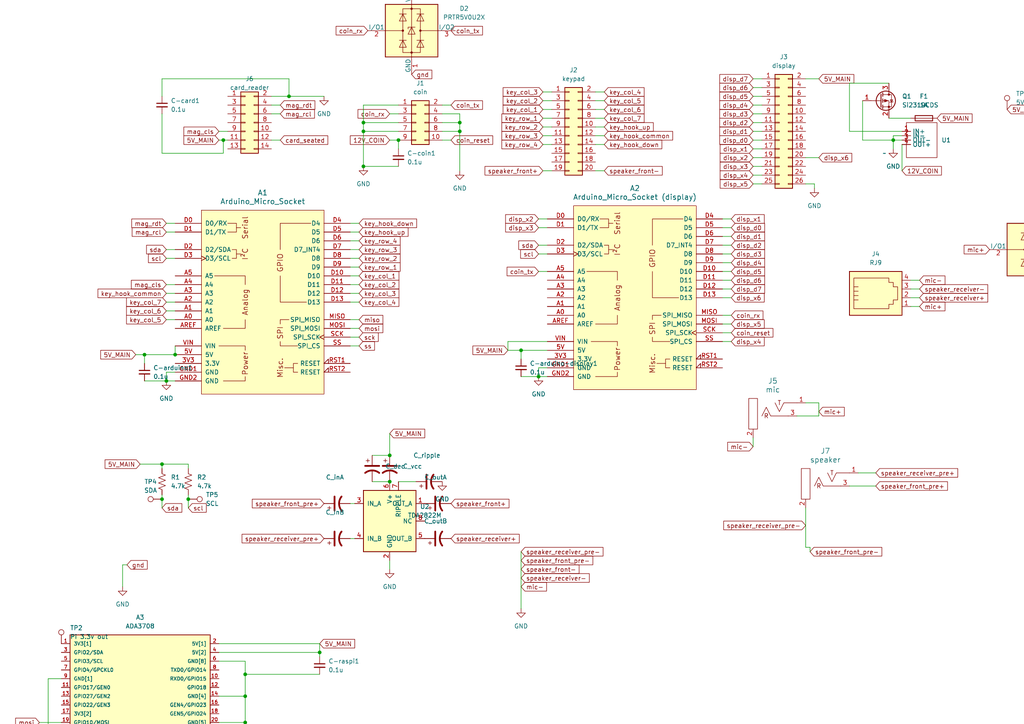
<source format=kicad_sch>
(kicad_sch (version 20250114) (generator "eeschema") (generator_version "9.0")
  (paper "A4")
  (junction (at 113.03 132.08))
  (junction (at 71.12 222.25))
  (junction (at 13.97 234.95))
  (junction (at 71.12 227.33))
  (junction (at 133.35 38.1))
  (junction (at 113.03 139.7))
  (junction (at 50.8 102.87))
  (junction (at 71.12 195.58))
  (junction (at 54.61 144.78))
  (junction (at 105.41 48.26))
  (junction (at 71.12 209.55))
  (junction (at 64.77 40.64))
  (junction (at 115.57 40.64))
  (junction (at 13.97 217.17))
  (junction (at 133.35 35.56))
  (junction (at 92.71 189.23))
  (junction (at 41.91 102.87))
  (junction (at 151.13 101.6))
  (junction (at 71.12 201.93))
  (junction (at 156.21 109.22))
  (junction (at 46.99 144.78))
  (junction (at 105.41 38.1))
  (junction (at 83.82 27.94))
  (junction (at 259.08 40.64))
  (junction (at 46.99 134.62))
  (junction (at 105.41 35.56))
  (junction (at 48.26 110.49))
  (wire (pts (xy 236.22 53.34) (xy 233.68 53.34)))
  (wire (pts (xy 41.91 110.49) (xy 48.26 110.49)))
  (wire (pts (xy 209.55 73.66) (xy 212.09 73.66)))
  (wire (pts (xy 63.5 38.1) (xy 66.04 38.1)))
  (wire (pts (xy 115.57 139.7) (xy 120.65 139.7)))
  (wire (pts (xy 101.6 80.01) (xy 104.14 80.01)))
  (wire (pts (xy 46.99 143.51) (xy 46.99 144.78)))
  (wire (pts (xy 264.16 83.82) (xy 266.7 83.82)))
  (wire (pts (xy 218.44 22.86) (xy 220.98 22.86)))
  (wire (pts (xy 115.57 43.18) (xy 115.57 40.64)))
  (wire (pts (xy 48.26 82.55) (xy 50.8 82.55)))
  (wire (pts (xy 237.49 116.84) (xy 237.49 120.65)))
  (wire (pts (xy 115.57 35.56) (xy 105.41 35.56)))
  (wire (pts (xy 41.91 102.87) (xy 50.8 102.87)))
  (wire (pts (xy 156.21 109.22) (xy 158.75 109.22)))
  (wire (pts (xy 101.6 87.63) (xy 104.14 87.63)))
  (wire (pts (xy 36.83 163.83) (xy 35.56 163.83)))
  (wire (pts (xy 41.91 102.87) (xy 41.91 105.41)))
  (wire (pts (xy 248.92 137.16) (xy 254 137.16)))
  (wire (pts (xy 101.6 69.85) (xy 104.14 69.85)))
  (wire (pts (xy 218.44 48.26) (xy 220.98 48.26)))
  (wire (pts (xy 128.27 30.48) (xy 130.81 30.48)))
  (wire (pts (xy 63.5 40.64) (xy 64.77 40.64)))
  (wire (pts (xy 156.21 63.5) (xy 158.75 63.5)))
  (wire (pts (xy 236.22 54.61) (xy 236.22 53.34)))
  (wire (pts (xy 101.6 100.33) (xy 104.14 100.33)))
  (wire (pts (xy 48.26 110.49) (xy 50.8 110.49)))
  (wire (pts (xy 101.6 95.25) (xy 104.14 95.25)))
  (wire (pts (xy 246.38 38.1) (xy 261.62 38.1)))
  (wire (pts (xy 264.16 88.9) (xy 266.7 88.9)))
  (wire (pts (xy 209.55 68.58) (xy 212.09 68.58)))
  (wire (pts (xy 101.6 72.39) (xy 104.14 72.39)))
  (wire (pts (xy 218.44 43.18) (xy 220.98 43.18)))
  (wire (pts (xy 209.55 81.28) (xy 212.09 81.28)))
  (wire (pts (xy 17.78 196.85) (xy 13.97 196.85)))
  (wire (pts (xy 234.95 158.75) (xy 233.68 158.75)))
  (wire (pts (xy 63.5 201.93) (xy 71.12 201.93)))
  (wire (pts (xy 209.55 96.52) (xy 212.09 96.52)))
  (wire (pts (xy 105.41 38.1) (xy 105.41 48.26)))
  (wire (pts (xy 78.74 30.48) (xy 81.28 30.48)))
  (wire (pts (xy 48.26 64.77) (xy 50.8 64.77)))
  (wire (pts (xy 63.5 222.25) (xy 71.12 222.25)))
  (wire (pts (xy 264.16 86.36) (xy 266.7 86.36)))
  (wire (pts (xy 115.57 30.48) (xy 105.41 30.48)))
  (wire (pts (xy 101.6 77.47) (xy 104.14 77.47)))
  (wire (pts (xy 71.12 191.77) (xy 71.12 195.58)))
  (wire (pts (xy 64.77 40.64) (xy 64.77 44.45)))
  (wire (pts (xy 46.99 134.62) (xy 54.61 134.62)))
  (wire (pts (xy 156.21 106.68) (xy 156.21 109.22)))
  (wire (pts (xy 128.27 40.64) (xy 130.81 40.64)))
  (wire (pts (xy 209.55 63.5) (xy 212.09 63.5)))
  (wire (pts (xy 78.74 33.02) (xy 81.28 33.02)))
  (wire (pts (xy 128.27 35.56) (xy 133.35 35.56)))
  (wire (pts (xy 157.48 31.75) (xy 160.02 31.75)))
  (wire (pts (xy 172.72 41.91) (xy 175.26 41.91)))
  (wire (pts (xy 107.95 139.7) (xy 113.03 139.7)))
  (wire (pts (xy 156.21 73.66) (xy 158.75 73.66)))
  (wire (pts (xy 107.95 132.08) (xy 113.03 132.08)))
  (wire (pts (xy 172.72 29.21) (xy 175.26 29.21)))
  (wire (pts (xy 246.38 140.97) (xy 254 140.97)))
  (wire (pts (xy 218.44 40.64) (xy 220.98 40.64)))
  (wire (pts (xy 71.12 195.58) (xy 92.71 195.58)))
  (wire (pts (xy 101.6 82.55) (xy 104.14 82.55)))
  (wire (pts (xy 257.81 34.29) (xy 264.16 34.29)))
  (wire (pts (xy 78.74 40.64) (xy 81.28 40.64)))
  (wire (pts (xy 13.97 196.85) (xy 13.97 217.17)))
  (wire (pts (xy 209.55 86.36) (xy 212.09 86.36)))
  (wire (pts (xy 246.38 24.13) (xy 246.38 38.1)))
  (wire (pts (xy 158.75 106.68) (xy 156.21 106.68)))
  (wire (pts (xy 218.44 25.4) (xy 220.98 25.4)))
  (wire (pts (xy 264.16 81.28) (xy 266.7 81.28)))
  (wire (pts (xy 233.68 158.75) (xy 233.68 147.32)))
  (wire (pts (xy 64.77 40.64) (xy 66.04 40.64)))
  (wire (pts (xy 133.35 35.56) (xy 133.35 38.1)))
  (wire (pts (xy 172.72 36.83) (xy 175.26 36.83)))
  (wire (pts (xy 156.21 66.04) (xy 158.75 66.04)))
  (wire (pts (xy 54.61 143.51) (xy 54.61 144.78)))
  (wire (pts (xy 13.97 217.17) (xy 13.97 234.95)))
  (wire (pts (xy 115.57 38.1) (xy 105.41 38.1)))
  (wire (pts (xy 218.44 30.48) (xy 220.98 30.48)))
  (wire (pts (xy 218.44 50.8) (xy 220.98 50.8)))
  (wire (pts (xy 209.55 99.06) (xy 212.09 99.06)))
  (wire (pts (xy 113.03 165.1) (xy 113.03 162.56)))
  (wire (pts (xy 218.44 35.56) (xy 220.98 35.56)))
  (wire (pts (xy 83.82 27.94) (xy 93.98 27.94)))
  (wire (pts (xy 105.41 30.48) (xy 105.41 35.56)))
  (wire (pts (xy 218.44 53.34) (xy 220.98 53.34)))
  (wire (pts (xy 17.78 217.17) (xy 13.97 217.17)))
  (wire (pts (xy 63.5 189.23) (xy 92.71 189.23)))
  (wire (pts (xy 259.08 40.64) (xy 261.62 40.64)))
  (wire (pts (xy 157.48 36.83) (xy 160.02 36.83)))
  (wire (pts (xy 172.72 31.75) (xy 175.26 31.75)))
  (wire (pts (xy 156.21 71.12) (xy 158.75 71.12)))
  (wire (pts (xy 133.35 33.02) (xy 133.35 35.56)))
  (wire (pts (xy 48.26 85.09) (xy 50.8 85.09)))
  (wire (pts (xy 157.48 34.29) (xy 160.02 34.29)))
  (wire (pts (xy 147.32 99.06) (xy 158.75 99.06)))
  (wire (pts (xy 157.48 26.67) (xy 160.02 26.67)))
  (wire (pts (xy 209.55 66.04) (xy 212.09 66.04)))
  (wire (pts (xy 48.26 67.31) (xy 50.8 67.31)))
  (wire (pts (xy 172.72 26.67) (xy 175.26 26.67)))
  (wire (pts (xy 209.55 93.98) (xy 212.09 93.98)))
  (wire (pts (xy 71.12 227.33) (xy 71.12 242.57)))
  (wire (pts (xy 209.55 83.82) (xy 212.09 83.82)))
  (wire (pts (xy 156.21 78.74) (xy 158.75 78.74)))
  (wire (pts (xy 259.08 39.37) (xy 259.08 40.64)))
  (wire (pts (xy 233.68 22.86) (xy 237.49 22.86)))
  (wire (pts (xy 147.32 101.6) (xy 151.13 101.6)))
  (wire (pts (xy 105.41 35.56) (xy 105.41 38.1)))
  (wire (pts (xy 63.5 186.69) (xy 92.71 186.69)))
  (wire (pts (xy 250.19 29.21) (xy 250.19 40.64)))
  (wire (pts (xy 71.12 195.58) (xy 71.12 201.93)))
  (wire (pts (xy 147.32 101.6) (xy 147.32 99.06)))
  (wire (pts (xy 218.44 33.02) (xy 220.98 33.02)))
  (wire (pts (xy 40.64 134.62) (xy 46.99 134.62)))
  (wire (pts (xy 133.35 38.1) (xy 133.35 49.53)))
  (wire (pts (xy 128.27 38.1) (xy 133.35 38.1)))
  (wire (pts (xy 48.26 107.95) (xy 48.26 110.49)))
  (wire (pts (xy 11.43 232.41) (xy 17.78 232.41)))
  (wire (pts (xy 17.78 234.95) (xy 13.97 234.95)))
  (wire (pts (xy 48.26 90.17) (xy 50.8 90.17)))
  (wire (pts (xy 101.6 64.77) (xy 104.14 64.77)))
  (wire (pts (xy 257.81 24.13) (xy 246.38 24.13)))
  (wire (pts (xy 101.6 67.31) (xy 104.14 67.31)))
  (wire (pts (xy 63.5 209.55) (xy 71.12 209.55)))
  (wire (pts (xy 71.12 222.25) (xy 71.12 227.33)))
  (wire (pts (xy 113.03 33.02) (xy 115.57 33.02)))
  (wire (pts (xy 128.27 33.02) (xy 133.35 33.02)))
  (wire (pts (xy 218.44 45.72) (xy 220.98 45.72)))
  (wire (pts (xy 83.82 22.86) (xy 83.82 27.94)))
  (wire (pts (xy 35.56 163.83) (xy 35.56 170.18)))
  (wire (pts (xy 250.19 40.64) (xy 259.08 40.64)))
  (wire (pts (xy 218.44 27.94) (xy 220.98 27.94)))
  (wire (pts (xy 218.44 127) (xy 218.44 129.54)))
  (wire (pts (xy 101.6 156.21) (xy 102.87 156.21)))
  (wire (pts (xy 46.99 27.94) (xy 46.99 22.86)))
  (wire (pts (xy 54.61 144.78) (xy 54.61 147.32)))
  (wire (pts (xy 157.48 49.53) (xy 160.02 49.53)))
  (wire (pts (xy 234.95 158.75) (xy 234.95 160.02)))
  (wire (pts (xy 11.43 212.09) (xy 17.78 212.09)))
  (wire (pts (xy 113.03 125.73) (xy 113.03 132.08)))
  (wire (pts (xy 78.74 27.94) (xy 83.82 27.94)))
  (wire (pts (xy 151.13 101.6) (xy 151.13 104.14)))
  (wire (pts (xy 209.55 71.12) (xy 212.09 71.12)))
  (wire (pts (xy 113.03 40.64) (xy 115.57 40.64)))
  (wire (pts (xy 261.62 41.91) (xy 261.62 49.53)))
  (wire (pts (xy 71.12 209.55) (xy 71.12 222.25)))
  (wire (pts (xy 259.08 40.64) (xy 259.08 43.18)))
  (wire (pts (xy 92.71 189.23) (xy 92.71 190.5)))
  (wire (pts (xy 92.71 189.23) (xy 92.71 186.69)))
  (wire (pts (xy 157.48 39.37) (xy 160.02 39.37)))
  (wire (pts (xy 48.26 74.93) (xy 50.8 74.93)))
  (wire (pts (xy 63.5 191.77) (xy 71.12 191.77)))
  (wire (pts (xy 231.14 120.65) (xy 237.49 120.65)))
  (wire (pts (xy 13.97 234.95) (xy 13.97 241.3)))
  (wire (pts (xy 209.55 76.2) (xy 212.09 76.2)))
  (wire (pts (xy 101.6 97.79) (xy 104.14 97.79)))
  (wire (pts (xy 11.43 209.55) (xy 17.78 209.55)))
  (wire (pts (xy 218.44 38.1) (xy 220.98 38.1)))
  (wire (pts (xy 63.5 227.33) (xy 71.12 227.33)))
  (wire (pts (xy 172.72 49.53) (xy 175.26 49.53)))
  (wire (pts (xy 11.43 214.63) (xy 17.78 214.63)))
  (wire (pts (xy 151.13 109.22) (xy 156.21 109.22)))
  (wire (pts (xy 209.55 78.74) (xy 212.09 78.74)))
  (wire (pts (xy 39.37 102.87) (xy 41.91 102.87)))
  (wire (pts (xy 46.99 44.45) (xy 64.77 44.45)))
  (wire (pts (xy 172.72 34.29) (xy 175.26 34.29)))
  (wire (pts (xy 261.62 39.37) (xy 259.08 39.37)))
  (wire (pts (xy 172.72 39.37) (xy 175.26 39.37)))
  (wire (pts (xy 209.55 91.44) (xy 212.09 91.44)))
  (wire (pts (xy 46.99 22.86) (xy 83.82 22.86)))
  (wire (pts (xy 101.6 74.93) (xy 104.14 74.93)))
  (wire (pts (xy 233.68 45.72) (xy 237.49 45.72)))
  (wire (pts (xy 101.6 92.71) (xy 104.14 92.71)))
  (wire (pts (xy 101.6 146.05) (xy 102.87 146.05)))
  (wire (pts (xy 48.26 87.63) (xy 50.8 87.63)))
  (wire (pts (xy 115.57 48.26) (xy 105.41 48.26)))
  (wire (pts (xy 46.99 134.62) (xy 46.99 135.89)))
  (wire (pts (xy 151.13 101.6) (xy 158.75 101.6)))
  (wire (pts (xy 48.26 92.71) (xy 50.8 92.71)))
  (wire (pts (xy 101.6 85.09) (xy 104.14 85.09)))
  (wire (pts (xy 50.8 107.95) (xy 48.26 107.95)))
  (wire (pts (xy 54.61 134.62) (xy 54.61 135.89)))
  (wire (pts (xy 157.48 41.91) (xy 160.02 41.91)))
  (wire (pts (xy 48.26 72.39) (xy 50.8 72.39)))
  (wire (pts (xy 233.68 116.84) (xy 237.49 116.84)))
  (wire (pts (xy 71.12 201.93) (xy 71.12 209.55)))
  (wire (pts (xy 157.48 29.21) (xy 160.02 29.21)))
  (wire (pts (xy 46.99 144.78) (xy 46.99 147.32)))
  (wire (pts (xy 46.99 33.02) (xy 46.99 44.45)))
  (wire (pts (xy 151.13 160.02) (xy 151.13 176.53)))
  (wire (pts (xy 50.8 102.87) (xy 50.8 100.33)))
  (global_label "mic+" (shape input) (at 287.02 72.39 180) (property "Intersheetrefs" "${INTERSHEET_REFS}" (effects (hide yes))))
  (global_label "speaker_front-" (shape input) (at 175.26 49.53 0) (property "Intersheetrefs" "${INTERSHEET_REFS}" (effects (hide yes))))
  (global_label "sda" (shape input) (at 156.21 71.12 180) (property "Intersheetrefs" "${INTERSHEET_REFS}" (effects (hide yes))))
  (global_label "disp_d5" (shape input) (at 212.09 78.74 0) (property "Intersheetrefs" "${INTERSHEET_REFS}" (effects (hide yes))))
  (global_label "5V_MAIN" (shape input) (at 40.64 134.62 180) (property "Intersheetrefs" "${INTERSHEET_REFS}" (effects (hide yes))))
  (global_label "miso" (shape input) (at 104.14 92.71 0) (property "Intersheetrefs" "${INTERSHEET_REFS}" (effects (hide yes))))
  (global_label "key_col_3" (shape input) (at 157.48 26.67 180) (property "Intersheetrefs" "${INTERSHEET_REFS}" (effects (hide yes))))
  (global_label "coin_tx" (shape input) (at 156.21 78.74 180) (property "Intersheetrefs" "${INTERSHEET_REFS}" (effects (hide yes))))
  (global_label "disp_d2" (shape input) (at 212.09 71.12 0) (property "Intersheetrefs" "${INTERSHEET_REFS}" (effects (hide yes))))
  (global_label "key_col_6" (shape input) (at 175.26 31.75 0) (property "Intersheetrefs" "${INTERSHEET_REFS}" (effects (hide yes))))
  (global_label "scl" (shape input) (at 54.61 147.32 0) (property "Intersheetrefs" "${INTERSHEET_REFS}" (effects (hide yes))))
  (global_label "key_col_4" (shape input) (at 104.14 87.63 0) (property "Intersheetrefs" "${INTERSHEET_REFS}" (effects (hide yes))))
  (global_label "speaker_receiver+" (shape input) (at 130.81 156.21 0) (property "Intersheetrefs" "${INTERSHEET_REFS}" (effects (hide yes))))
  (global_label "disp_x4" (shape input) (at 218.44 50.8 180) (property "Intersheetrefs" "${INTERSHEET_REFS}" (effects (hide yes))))
  (global_label "coin_rx" (shape input) (at 113.03 33.02 180) (property "Intersheetrefs" "${INTERSHEET_REFS}" (effects (hide yes))))
  (global_label "5V_MAIN" (shape input) (at 119.38 -3.81 0) (property "Intersheetrefs" "${INTERSHEET_REFS}" (effects (hide yes))))
  (global_label "5V_MAIN" (shape input) (at 92.71 186.69 0) (property "Intersheetrefs" "${INTERSHEET_REFS}" (effects (hide yes))))
  (global_label "coin_rx" (shape input) (at 212.09 91.44 0) (property "Intersheetrefs" "${INTERSHEET_REFS}" (effects (hide yes))))
  (global_label "disp_d1" (shape input) (at 218.44 38.1 180) (property "Intersheetrefs" "${INTERSHEET_REFS}" (effects (hide yes))))
  (global_label "key_row_2" (shape input) (at 157.48 36.83 180) (property "Intersheetrefs" "${INTERSHEET_REFS}" (effects (hide yes))))
  (global_label "disp_x5" (shape input) (at 218.44 53.34 180) (property "Intersheetrefs" "${INTERSHEET_REFS}" (effects (hide yes))))
  (global_label "key_row_1" (shape input) (at 157.48 34.29 180) (property "Intersheetrefs" "${INTERSHEET_REFS}" (effects (hide yes))))
  (global_label "mag_rcl" (shape input) (at 81.28 33.02 0) (property "Intersheetrefs" "${INTERSHEET_REFS}" (effects (hide yes))))
  (global_label "speaker_receiver+" (shape input) (at 312.42 72.39 0) (property "Intersheetrefs" "${INTERSHEET_REFS}" (effects (hide yes))))
  (global_label "speaker_receiver_pre-" (shape input) (at 151.13 160.02 0) (property "Intersheetrefs" "${INTERSHEET_REFS}" (effects (hide yes))))
  (global_label "5V_MAIN" (shape input) (at 63.5 40.64 180) (property "Intersheetrefs" "${INTERSHEET_REFS}" (effects (hide yes))))
  (global_label "key_hook_down" (shape input) (at 104.14 64.77 0) (property "Intersheetrefs" "${INTERSHEET_REFS}" (effects (hide yes))))
  (global_label "disp_d4" (shape input) (at 218.44 30.48 180) (property "Intersheetrefs" "${INTERSHEET_REFS}" (effects (hide yes))))
  (global_label "key_col_1" (shape input) (at 157.48 31.75 180) (property "Intersheetrefs" "${INTERSHEET_REFS}" (effects (hide yes))))
  (global_label "mag_rdt" (shape input) (at 81.28 30.48 0) (property "Intersheetrefs" "${INTERSHEET_REFS}" (effects (hide yes))))
  (global_label "key_col_7" (shape input) (at 175.26 34.29 0) (property "Intersheetrefs" "${INTERSHEET_REFS}" (effects (hide yes))))
  (global_label "disp_x6" (shape input) (at 237.49 45.72 0) (property "Intersheetrefs" "${INTERSHEET_REFS}" (effects (hide yes))))
  (global_label "sda" (shape input) (at 46.99 147.32 0) (property "Intersheetrefs" "${INTERSHEET_REFS}" (effects (hide yes))))
  (global_label "disp_x1" (shape input) (at 218.44 43.18 180) (property "Intersheetrefs" "${INTERSHEET_REFS}" (effects (hide yes))))
  (global_label "key_row_1" (shape input) (at 104.14 77.47 0) (property "Intersheetrefs" "${INTERSHEET_REFS}" (effects (hide yes))))
  (global_label "key_row_3" (shape input) (at 104.14 72.39 0) (property "Intersheetrefs" "${INTERSHEET_REFS}" (effects (hide yes))))
  (global_label "speaker_front-" (shape input) (at 151.13 165.1 0) (property "Intersheetrefs" "${INTERSHEET_REFS}" (effects (hide yes))))
  (global_label "speaker_front+" (shape input) (at 157.48 49.53 180) (property "Intersheetrefs" "${INTERSHEET_REFS}" (effects (hide yes))))
  (global_label "key_col_7" (shape input) (at 48.26 87.63 180) (property "Intersheetrefs" "${INTERSHEET_REFS}" (effects (hide yes))))
  (global_label "disp_x3" (shape input) (at 218.44 48.26 180) (property "Intersheetrefs" "${INTERSHEET_REFS}" (effects (hide yes))))
  (global_label "5V_MAIN" (shape input) (at 113.03 125.73 0) (property "Intersheetrefs" "${INTERSHEET_REFS}" (effects (hide yes))))
  (global_label "5V_MAIN" (shape input) (at 271.78 34.29 0) (property "Intersheetrefs" "${INTERSHEET_REFS}" (effects (hide yes))))
  (global_label "mic+" (shape input) (at 266.7 88.9 0) (property "Intersheetrefs" "${INTERSHEET_REFS}" (effects (hide yes))))
  (global_label "5V_MAIN" (shape input) (at 292.1 31.75 0) (property "Intersheetrefs" "${INTERSHEET_REFS}" (effects (hide yes))))
  (global_label "5V_MAIN" (shape input) (at 237.49 22.86 0) (property "Intersheetrefs" "${INTERSHEET_REFS}" (effects (hide yes))))
  (global_label "mag_rdt" (shape input) (at 48.26 64.77 180) (property "Intersheetrefs" "${INTERSHEET_REFS}" (effects (hide yes))))
  (global_label "key_col_2" (shape input) (at 157.48 29.21 180) (property "Intersheetrefs" "${INTERSHEET_REFS}" (effects (hide yes))))
  (global_label "speaker_receiver-" (shape input) (at 266.7 83.82 0) (property "Intersheetrefs" "${INTERSHEET_REFS}" (effects (hide yes))))
  (global_label "sda" (shape input) (at 48.26 72.39 180) (property "Intersheetrefs" "${INTERSHEET_REFS}" (effects (hide yes))))
  (global_label "key_col_5" (shape input) (at 48.26 92.71 180) (property "Intersheetrefs" "${INTERSHEET_REFS}" (effects (hide yes))))
  (global_label "12V_COIN" (shape input) (at 261.62 49.53 0) (property "Intersheetrefs" "${INTERSHEET_REFS}" (effects (hide yes))))
  (global_label "disp_d7" (shape input) (at 212.09 83.82 0) (property "Intersheetrefs" "${INTERSHEET_REFS}" (effects (hide yes))))
  (global_label "key_col_3" (shape input) (at 104.14 85.09 0) (property "Intersheetrefs" "${INTERSHEET_REFS}" (effects (hide yes))))
  (global_label "disp_x3" (shape input) (at 156.21 66.04 180) (property "Intersheetrefs" "${INTERSHEET_REFS}" (effects (hide yes))))
  (global_label "speaker_front_pre-" (shape input) (at 151.13 162.56 0) (property "Intersheetrefs" "${INTERSHEET_REFS}" (effects (hide yes))))
  (global_label "mic-" (shape input) (at 266.7 81.28 0) (property "Intersheetrefs" "${INTERSHEET_REFS}" (effects (hide yes))))
  (global_label "disp_x1" (shape input) (at 212.09 63.5 0) (property "Intersheetrefs" "${INTERSHEET_REFS}" (effects (hide yes))))
  (global_label "disp_d3" (shape input) (at 212.09 73.66 0) (property "Intersheetrefs" "${INTERSHEET_REFS}" (effects (hide yes))))
  (global_label "gnd" (shape input) (at 119.38 21.59 0) (property "Intersheetrefs" "${INTERSHEET_REFS}" (effects (hide yes))))
  (global_label "speaker_front_pre-" (shape input) (at 234.95 160.02 0) (property "Intersheetrefs" "${INTERSHEET_REFS}" (effects (hide yes))))
  (global_label "speaker_receiver_pre+" (shape input) (at 93.98 156.21 180) (property "Intersheetrefs" "${INTERSHEET_REFS}" (effects (hide yes))))
  (global_label "gnd" (shape input) (at 299.72 85.09 0) (property "Intersheetrefs" "${INTERSHEET_REFS}" (effects (hide yes))))
  (global_label "disp_d3" (shape input) (at 218.44 33.02 180) (property "Intersheetrefs" "${INTERSHEET_REFS}" (effects (hide yes))))
  (global_label "speaker_receiver+" (shape input) (at 266.7 86.36 0) (property "Intersheetrefs" "${INTERSHEET_REFS}" (effects (hide yes))))
  (global_label "sck" (shape input) (at 104.14 97.79 0) (property "Intersheetrefs" "${INTERSHEET_REFS}" (effects (hide yes))))
  (global_label "disp_x2" (shape input) (at 156.21 63.5 180) (property "Intersheetrefs" "${INTERSHEET_REFS}" (effects (hide yes))))
  (global_label "coin_reset" (shape input) (at 212.09 96.52 0) (property "Intersheetrefs" "${INTERSHEET_REFS}" (effects (hide yes))))
  (global_label "disp_x2" (shape input) (at 218.44 45.72 180) (property "Intersheetrefs" "${INTERSHEET_REFS}" (effects (hide yes))))
  (global_label "disp_d0" (shape input) (at 212.09 66.04 0) (property "Intersheetrefs" "${INTERSHEET_REFS}" (effects (hide yes))))
  (global_label "disp_x4" (shape input) (at 212.09 99.06 0) (property "Intersheetrefs" "${INTERSHEET_REFS}" (effects (hide yes))))
  (global_label "ss" (shape input) (at 104.14 100.33 0) (property "Intersheetrefs" "${INTERSHEET_REFS}" (effects (hide yes))))
  (global_label "coin_tx" (shape input) (at 130.81 8.89 0) (property "Intersheetrefs" "${INTERSHEET_REFS}" (effects (hide yes))))
  (global_label "speaker_front_pre+" (shape input) (at 254 140.97 0) (property "Intersheetrefs" "${INTERSHEET_REFS}" (effects (hide yes))))
  (global_label "coin_rx" (shape input) (at 106.68 8.89 180) (property "Intersheetrefs" "${INTERSHEET_REFS}" (effects (hide yes))))
  (global_label "disp_d1" (shape input) (at 212.09 68.58 0) (property "Intersheetrefs" "${INTERSHEET_REFS}" (effects (hide yes))))
  (global_label "key_col_5" (shape input) (at 175.26 29.21 0) (property "Intersheetrefs" "${INTERSHEET_REFS}" (effects (hide yes))))
  (global_label "disp_d4" (shape input) (at 212.09 76.2 0) (property "Intersheetrefs" "${INTERSHEET_REFS}" (effects (hide yes))))
  (global_label "mic-" (shape input) (at 151.13 170.18 0) (property "Intersheetrefs" "${INTERSHEET_REFS}" (effects (hide yes))))
  (global_label "disp_d6" (shape input) (at 218.44 25.4 180) (property "Intersheetrefs" "${INTERSHEET_REFS}" (effects (hide yes))))
  (global_label "mag_cls" (shape input) (at 63.5 38.1 180) (property "Intersheetrefs" "${INTERSHEET_REFS}" (effects (hide yes))))
  (global_label "disp_d6" (shape input) (at 212.09 81.28 0) (property "Intersheetrefs" "${INTERSHEET_REFS}" (effects (hide yes))))
  (global_label "12V_COIN" (shape input) (at 113.03 40.64 180) (property "Intersheetrefs" "${INTERSHEET_REFS}" (effects (hide yes))))
  (global_label "key_hook_common" (shape input) (at 48.26 85.09 180) (property "Intersheetrefs" "${INTERSHEET_REFS}" (effects (hide yes))))
  (global_label "mic+" (shape input) (at 237.49 119.38 0) (property "Intersheetrefs" "${INTERSHEET_REFS}" (effects (hide yes))))
  (global_label "card_seated" (shape input) (at 81.28 40.64 0) (property "Intersheetrefs" "${INTERSHEET_REFS}" (effects (hide yes))))
  (global_label "mag_cls" (shape input) (at 48.26 82.55 180) (property "Intersheetrefs" "${INTERSHEET_REFS}" (effects (hide yes))))
  (global_label "key_hook_up" (shape input) (at 104.14 67.31 0) (property "Intersheetrefs" "${INTERSHEET_REFS}" (effects (hide yes))))
  (global_label "key_col_4" (shape input) (at 175.26 26.67 0) (property "Intersheetrefs" "${INTERSHEET_REFS}" (effects (hide yes))))
  (global_label "disp_x6" (shape input) (at 212.09 86.36 0) (property "Intersheetrefs" "${INTERSHEET_REFS}" (effects (hide yes))))
  (global_label "disp_d5" (shape input) (at 218.44 27.94 180) (property "Intersheetrefs" "${INTERSHEET_REFS}" (effects (hide yes))))
  (global_label "speaker_front_pre+" (shape input) (at 93.98 146.05 180) (property "Intersheetrefs" "${INTERSHEET_REFS}" (effects (hide yes))))
  (global_label "speaker_front+" (shape input) (at 130.81 146.05 0) (property "Intersheetrefs" "${INTERSHEET_REFS}" (effects (hide yes))))
  (global_label "disp_x5" (shape input) (at 212.09 93.98 0) (property "Intersheetrefs" "${INTERSHEET_REFS}" (effects (hide yes))))
  (global_label "speaker_receiver-" (shape input) (at 151.13 167.64 0) (property "Intersheetrefs" "${INTERSHEET_REFS}" (effects (hide yes))))
  (global_label "scl" (shape input) (at 48.26 74.93 180) (property "Intersheetrefs" "${INTERSHEET_REFS}" (effects (hide yes))))
  (global_label "mag_rcl" (shape input) (at 48.26 67.31 180) (property "Intersheetrefs" "${INTERSHEET_REFS}" (effects (hide yes))))
  (global_label "key_col_2" (shape input) (at 104.14 82.55 0) (property "Intersheetrefs" "${INTERSHEET_REFS}" (effects (hide yes))))
  (global_label "key_row_4" (shape input) (at 104.14 69.85 0) (property "Intersheetrefs" "${INTERSHEET_REFS}" (effects (hide yes))))
  (global_label "mic-" (shape input) (at 218.44 129.54 180) (property "Intersheetrefs" "${INTERSHEET_REFS}" (effects (hide yes))))
  (global_label "sck" (shape input) (at 11.43 214.63 180) (property "Intersheetrefs" "${INTERSHEET_REFS}" (effects (hide yes))))
  (global_label "gnd" (shape input) (at 36.83 163.83 0) (property "Intersheetrefs" "${INTERSHEET_REFS}" (effects (hide yes))))
  (global_label "disp_d2" (shape input) (at 218.44 35.56 180) (property "Intersheetrefs" "${INTERSHEET_REFS}" (effects (hide yes))))
  (global_label "ss" (shape input) (at 11.43 232.41 180) (property "Intersheetrefs" "${INTERSHEET_REFS}" (effects (hide yes))))
  (global_label "key_row_4" (shape input) (at 157.48 41.91 180) (property "Intersheetrefs" "${INTERSHEET_REFS}" (effects (hide yes))))
  (global_label "key_col_1" (shape input) (at 104.14 80.01 0) (property "Intersheetrefs" "${INTERSHEET_REFS}" (effects (hide yes))))
  (global_label "5V_MAIN" (shape input) (at 299.72 59.69 0) (property "Intersheetrefs" "${INTERSHEET_REFS}" (effects (hide yes))))
  (global_label "miso" (shape input) (at 11.43 212.09 180) (property "Intersheetrefs" "${INTERSHEET_REFS}" (effects (hide yes))))
  (global_label "mosi" (shape input) (at 11.43 209.55 180) (property "Intersheetrefs" "${INTERSHEET_REFS}" (effects (hide yes))))
  (global_label "5V_MAIN" (shape input) (at 119.38 214.63 0) (property "Intersheetrefs" "${INTERSHEET_REFS}" (effects (hide yes))))
  (global_label "5V_MAIN" (shape input) (at 39.37 102.87 180) (property "Intersheetrefs" "${INTERSHEET_REFS}" (effects (hide yes))))
  (global_label "disp_d7" (shape input) (at 218.44 22.86 180) (property "Intersheetrefs" "${INTERSHEET_REFS}" (effects (hide yes))))
  (global_label "disp_d0" (shape input) (at 218.44 40.64 180) (property "Intersheetrefs" "${INTERSHEET_REFS}" (effects (hide yes))))
  (global_label "key_row_2" (shape input) (at 104.14 74.93 0) (property "Intersheetrefs" "${INTERSHEET_REFS}" (effects (hide yes))))
  (global_label "key_col_6" (shape input) (at 48.26 90.17 180) (property "Intersheetrefs" "${INTERSHEET_REFS}" (effects (hide yes))))
  (global_label "5V_MAIN" (shape input) (at 147.32 101.6 180) (property "Intersheetrefs" "${INTERSHEET_REFS}" (effects (hide yes))))
  (global_label "speaker_receiver_pre+" (shape input) (at 254 137.16 0) (property "Intersheetrefs" "${INTERSHEET_REFS}" (effects (hide yes))))
  (global_label "key_hook_down" (shape input) (at 175.26 41.91 0) (property "Intersheetrefs" "${INTERSHEET_REFS}" (effects (hide yes))))
  (global_label "mosi" (shape input) (at 104.14 95.25 0) (property "Intersheetrefs" "${INTERSHEET_REFS}" (effects (hide yes))))
  (global_label "speaker_receiver_pre-" (shape input) (at 233.68 152.4 180) (property "Intersheetrefs" "${INTERSHEET_REFS}" (effects (hide yes))))
  (global_label "key_hook_common" (shape input) (at 175.26 39.37 0) (property "Intersheetrefs" "${INTERSHEET_REFS}" (effects (hide yes))))
  (global_label "coin_reset" (shape input) (at 130.81 40.64 0) (property "Intersheetrefs" "${INTERSHEET_REFS}" (effects (hide yes))))
  (global_label "key_row_3" (shape input) (at 157.48 39.37 180) (property "Intersheetrefs" "${INTERSHEET_REFS}" (effects (hide yes))))
  (global_label "coin_tx" (shape input) (at 130.81 30.48 0) (property "Intersheetrefs" "${INTERSHEET_REFS}" (effects (hide yes))))
  (global_label "scl" (shape input) (at 156.21 73.66 180) (property "Intersheetrefs" "${INTERSHEET_REFS}" (effects (hide yes))))
  (global_label "key_hook_up" (shape input) (at 175.26 36.83 0) (property "Intersheetrefs" "${INTERSHEET_REFS}" (effects (hide yes))))
  (symbol (lib_id "Device:C_Small") (at 92.71 193.04 0) (unit 1)
    (property "Reference" "C-raspi1" (at 95.25 191.7763 0) (effects (justify left)))
    (property "Value" "0.1u" (at 95.25 194.3163 0) (effects (justify left)))
    (property "Footprint" "Capacitor_THT:C_Axial_L3.8mm_D2.6mm_P7.50mm_Horizontal" (effects (hide yes)))
  )
  (symbol (lib_id "ADA3708:ADA3708") (at 40.64 209.55 0) (unit 1)
    (property "Reference" "A3" (at 40.64 179.07 0))
    (property "Value" "ADA3708" (at 40.64 181.61 0))
    (property "Footprint" "ADA3708:ADA3708_RPI-ZERO" (effects (hide yes)))
    (property "Description" "\nRaspberry Pi Zero WH (Zero W with Headers)\n" (effects (hide yes)))
    (property "MF" "Adafruit Industries" (effects (hide yes)))
    (property "Package" "None" (effects (hide yes)))
    (property "Price" "None" (effects (hide yes)))
    (property "Check_prices" "https://www.snapeda.com/parts/ADA3708/Adafruit+Industries+LLC/view-part/?ref=eda" (effects (hide yes)))
    (property "STANDARD" "MAnufactutrer Recommendations" (effects (hide yes)))
    (property "SnapEDA_Link" "https://www.snapeda.com/parts/ADA3708/Adafruit+Industries+LLC/view-part/?ref=snap" (effects (hide yes)))
    (property "MP" "ADA3708" (effects (hide yes)))
    (property "Availability" "Not in stock" (effects (hide yes)))
    (property "MANUFACTURER" "Raspberry" (effects (hide yes)))
  )
  (symbol (lib_id "PCM_Capacitor_US_AKL:CP_Axial_L18.0mm_D10.0mm_P25.00mm") (at 97.79 146.05 90) (unit 1)
    (property "Reference" "C_inA" (at 97.155 138.43 90))
    (property "Value" "100nF" (effects (hide yes)))
    (property "Footprint" "Capacitor_THT:C_Axial_L3.8mm_D2.6mm_P7.50mm_Horizontal" (effects (hide yes)))
  )
  (symbol (lib_id "PCM_Capacitor_US_AKL:CP_Axial_L18.0mm_D10.0mm_P25.00mm") (at 113.03 135.89 0) (unit 1)
    (property "Reference" "C_vcc" (at 116.84 135.2549 0) (effects (justify left)))
    (property "Value" "100µF 16V" (effects (hide yes)))
    (property "Footprint" "Capacitor_THT:CP_Radial_D8.0mm_P2.00mm" (effects (hide yes)))
  )
  (symbol (lib_id "PCM_arduino-library:Arduino_Micro_Socket") (at 184.15 86.36 0) (unit 1)
    (property "Reference" "A2" (at 184.15 54.61 0) (effects (font (size 1.524 1.524))))
    (property "Value" "Arduino_Micro_Socket (display)" (at 184.15 57.15 0) (effects (font (size 1.524 1.524))))
    (property "Footprint" "PCM_arduino-library:Arduino_Micro_Socket" (effects (hide yes)))
    (property "Datasheet" "https://docs.arduino.cc/hardware/micro" (effects (hide yes)))
  )
  (symbol (lib_id "power:GND") (at 35.56 170.18 0) (unit 1)
    (property "Reference" "#PWR015" (effects (hide yes)))
    (property "Value" "GND" (at 35.56 175.26 0))
  )
  (symbol (lib_id "Power_Protection:PRTR5V0U2X") (at 119.38 8.89 0) (unit 1)
    (property "Reference" "D2" (at 134.62 2.4698 0))
    (property "Value" "PRTR5V0U2X" (at 134.62 5.0098 0))
    (property "Footprint" "Package_TO_SOT_SMD:SOT-143" (effects (hide yes)))
    (property "Datasheet" "https://assets.nexperia.com/documents/data-sheet/PRTR5V0U2X.pdf" (effects (hide yes)))
    (property "Description" "Ultra low capacitance double rail-to-rail ESD protection diode, SOT-143" (effects (hide yes)))
  )
  (symbol (lib_id "Connector:RJ9") (at 254 86.36 0) (unit 1)
    (property "Reference" "J4" (at 254 73.66 0))
    (property "Value" "RJ9" (at 254 76.2 0))
    (property "Footprint" "Connector_RJ:RJ9_Evercom_5301-440xxx_Horizontal" (effects (hide yes)))
  )
  (symbol (lib_id "PCM_4ms_Jack:3.5mm_Stereo") (at 238.76 140.97 0) (unit 1)
    (property "Reference" "J7" (at 239.395 130.81 0) (effects (font (size 1.524 1.524))))
    (property "Value" "speaker" (at 239.395 133.35 0) (effects (font (size 1.524 1.524))))
    (property "Footprint" "audio:AUDIO-TH_HOOYA_PJ-320" (effects (hide yes)))
    (property "Specifications" "Audio 3.5mm Jack, Stereo, PC-pin Vertical" (effects (hide yes)))
    (property "Manufacturer" "Wenzhou QingPu Electronics Co" (effects (hide yes)))
    (property "Part Number" "WQP-WQP419GR" (effects (hide yes)))
  )
  (symbol (lib_id "power:GND") (at 105.41 48.26 0) (mirror y) (unit 1)
    (property "Reference" "#PWR04" (effects (hide yes)))
    (property "Value" "GND" (at 105.41 53.34 0))
  )
  (symbol (lib_id "Device:C_Small") (at 46.99 30.48 0) (unit 1)
    (property "Reference" "C-card1" (at 49.53 29.2163 0) (effects (justify left)))
    (property "Value" "0.1u" (at 49.53 31.7563 0) (effects (justify left)))
    (property "Footprint" "Capacitor_THT:C_Axial_L3.8mm_D2.6mm_P7.50mm_Horizontal" (effects (hide yes)))
  )
  (symbol (lib_id "power:GND") (at 93.98 27.94 0) (mirror y) (unit 1)
    (property "Reference" "#PWR03" (effects (hide yes)))
    (property "Value" "GND" (at 93.98 33.02 0))
  )
  (symbol (lib_id "power:GND") (at 71.12 242.57 0) (unit 1)
    (property "Reference" "#PWR014" (effects (hide yes)))
    (property "Value" "GND" (at 71.12 247.65 0))
  )
  (symbol (lib_id "PCM_Capacitor_US_AKL:CP_Axial_L18.0mm_D10.0mm_P25.00mm") (at 97.79 156.21 90) (unit 1)
    (property "Reference" "C_inB" (at 97.155 148.59 90))
    (property "Value" "100nF" (effects (hide yes)))
    (property "Footprint" "Capacitor_THT:C_Axial_L3.8mm_D2.6mm_P7.50mm_Horizontal" (effects (hide yes)))
  )
  (symbol (lib_id "Connector_Generic:Conn_02x05_Odd_Even") (at 120.65 35.56 0) (unit 1)
    (property "Reference" "J1" (at 121.92 24.13 0))
    (property "Value" "coin" (at 121.92 26.67 0))
    (property "Footprint" "Connector_IDC:IDC-Header_2x05_P2.54mm_Vertical" (effects (hide yes)))
  )
  (symbol (lib_id "Device:R_US") (at 46.99 139.7 0) (unit 1)
    (property "Reference" "R1" (at 49.53 138.43 0) (effects (justify left)))
    (property "Value" "4.7k" (at 49.53 140.97 0) (effects (justify left)))
    (property "Footprint" "Resistor_THT:R_Axial_DIN0204_L3.6mm_D1.6mm_P7.62mm_Horizontal" (effects (hide yes)))
  )
  (symbol (lib_id "Connector:TestPoint") (at 292.1 31.75 0) (unit 1)
    (property "Reference" "TP1" (at 294.64 27.1779 0) (effects (justify left)))
    (property "Value" "5V_MAIN" (at 294.64 29.7179 0) (effects (justify left)))
    (property "Description" "test point" (effects (hide yes)))
  )
  (symbol (lib_id "power:GND") (at 119.38 229.87 0) (unit 1)
    (property "Reference" "#PWR08" (effects (hide yes)))
    (property "Value" "GND" (at 119.38 234.95 0))
  )
  (symbol (lib_id "power:GND") (at 236.22 54.61 0) (unit 1)
    (property "Reference" "#PWR016" (effects (hide yes)))
    (property "Value" "GND" (at 236.22 59.69 0))
  )
  (symbol (lib_id "PCM_Capacitor_US_AKL:CP_Axial_L18.0mm_D10.0mm_P25.00mm") (at 107.95 135.89 0) (unit 1)
    (property "Reference" "C_dec" (at 111.76 135.2549 0) (effects (justify left)))
    (property "Value" "100nF" (effects (hide yes)))
    (property "Footprint" "Capacitor_THT:C_Axial_L3.8mm_D2.6mm_P7.50mm_Horizontal" (effects (hide yes)))
  )
  (symbol (lib_id "PCM_Capacitor_US_AKL:CP_Axial_L18.0mm_D10.0mm_P25.00mm") (at 127 146.05 90) (unit 1)
    (property "Reference" "C_outA" (at 126.365 138.43 90))
    (property "Value" "100µF 16V" (effects (hide yes)))
    (property "Footprint" "Capacitor_THT:CP_Radial_D8.0mm_P2.00mm" (effects (hide yes)))
  )
  (symbol (lib_id "Device:C_Small") (at 41.91 107.95 0) (unit 1)
    (property "Reference" "C-arduino1" (at 44.45 106.6863 0) (effects (justify left)))
    (property "Value" "0.1u" (at 44.45 109.2263 0) (effects (justify left)))
    (property "Footprint" "Capacitor_THT:C_Axial_L3.8mm_D2.6mm_P7.50mm_Horizontal" (effects (hide yes)))
  )
  (symbol (lib_id "PCM_arduino-library:Arduino_Micro_Socket") (at 76.2 87.63 0) (unit 1)
    (property "Reference" "A1" (at 76.2 55.88 0) (effects (font (size 1.524 1.524))))
    (property "Value" "Arduino_Micro_Socket" (at 76.2 58.42 0) (effects (font (size 1.524 1.524))))
    (property "Footprint" "PCM_arduino-library:Arduino_Micro_Socket" (effects (hide yes)))
    (property "Datasheet" "https://docs.arduino.cc/hardware/micro" (effects (hide yes)))
  )
  (symbol (lib_id "Device:C_Small") (at 151.13 106.68 0) (unit 1)
    (property "Reference" "C-arduino-display1" (at 153.67 105.4163 0) (effects (justify left)))
    (property "Value" "0.1u" (at 153.67 107.9563 0) (effects (justify left)))
    (property "Footprint" "Capacitor_THT:C_Axial_L3.8mm_D2.6mm_P7.50mm_Horizontal" (effects (hide yes)))
  )
  (symbol (lib_id "Power_Protection:PRTR5V0U2X") (at 299.72 72.39 0) (unit 1)
    (property "Reference" "D1" (at 314.96 65.9698 0))
    (property "Value" "PRTR5V0U2X" (at 314.96 68.5098 0))
    (property "Footprint" "Package_TO_SOT_SMD:SOT-143" (effects (hide yes)))
    (property "Datasheet" "https://assets.nexperia.com/documents/data-sheet/PRTR5V0U2X.pdf" (effects (hide yes)))
    (property "Description" "Ultra low capacitance double rail-to-rail ESD protection diode, SOT-143" (effects (hide yes)))
  )
  (symbol (lib_id "Device:R_US") (at 54.61 139.7 0) (unit 1)
    (property "Reference" "R2" (at 57.15 138.43 0) (effects (justify left)))
    (property "Value" "4.7k" (at 57.15 140.97 0) (effects (justify left)))
    (property "Footprint" "Resistor_THT:R_Axial_DIN0204_L3.6mm_D1.6mm_P7.62mm_Horizontal" (effects (hide yes)))
  )
  (symbol (lib_id "Device:C_Small") (at 115.57 45.72 0) (unit 1)
    (property "Reference" "C-coin1" (at 118.11 44.4563 0) (effects (justify left)))
    (property "Value" "0.1u" (at 118.11 46.9963 0) (effects (justify left)))
    (property "Footprint" "Capacitor_THT:C_Axial_L3.8mm_D2.6mm_P7.50mm_Horizontal" (effects (hide yes)))
  )
  (symbol (lib_id "PCM_4ms_Jack:3.5mm_Stereo") (at 223.52 120.65 0) (unit 1)
    (property "Reference" "J5" (at 224.155 110.49 0) (effects (font (size 1.524 1.524))))
    (property "Value" "mic" (at 224.155 113.03 0) (effects (font (size 1.524 1.524))))
    (property "Footprint" "audio:AUDIO-TH_HOOYA_PJ-320" (effects (hide yes)))
    (property "Specifications" "Audio 3.5mm Jack, Stereo, PC-pin Vertical" (effects (hide yes)))
    (property "Manufacturer" "Wenzhou QingPu Electronics Co" (effects (hide yes)))
    (property "Part Number" "WQP-WQP419GR" (effects (hide yes)))
  )
  (symbol (lib_id "power:GND") (at 48.26 110.49 0) (unit 1)
    (property "Reference" "#PWR01" (effects (hide yes)))
    (property "Value" "GND" (at 48.26 115.57 0))
  )
  (symbol (lib_id "phone:xl6009") (at 256.54 44.45 0) (unit 1)
    (property "Reference" "U1" (at 273.05 40.64 0) (effects (justify left)))
    (property "Value" "~" (at 256.54 44.45 0))
    (property "Footprint" "misc_footprints:XL6009_module" (effects (hide yes)))
  )
  (symbol (lib_id "Connector:TestPoint") (at 17.78 186.69 0) (unit 1)
    (property "Reference" "TP2" (at 20.32 182.1179 0) (effects (justify left)))
    (property "Value" "Pi 3.3v out" (at 20.32 184.6579 0) (effects (justify left)))
    (property "Description" "test point" (effects (hide yes)))
  )
  (symbol (lib_id "Device:Fuse") (at 267.97 34.29 270) (unit 1)
    (property "Reference" "F1" (at 267.97 27.94 90))
    (property "Value" "1A" (at 267.97 30.48 90))
    (property "Description" "Fuse" (effects (hide yes)))
  )
  (symbol (lib_id "Connector:TestPoint") (at 87.63 241.3 0) (unit 1)
    (property "Reference" "TP3" (at 90.17 236.7279 0) (effects (justify left)))
    (property "Value" "Ground" (at 90.17 239.2679 0) (effects (justify left)))
    (property "Description" "test point" (effects (hide yes)))
  )
  (symbol (lib_id "Transistor_FET:Si2319CDS") (at 255.27 29.21 0) (unit 1)
    (property "Reference" "Q1" (at 261.62 27.9399 0) (effects (justify left)))
    (property "Value" "Si2319CDS" (at 261.62 30.4799 0) (effects (justify left)))
    (property "Footprint" "Package_TO_SOT_SMD:SOT-23" (effects (hide yes)))
    (property "Datasheet" "http://www.vishay.com/docs/66709/si2319cd.pdf" (effects (hide yes)))
    (property "Description" "-4.4A Id, -40V Vds, P-Channel MOSFET, SOT-23" (effects (hide yes)))
  )
  (symbol (lib_id "Connector_Generic:Conn_02x10_Odd_Even") (at 165.1 36.83 0) (unit 1)
    (property "Reference" "J2" (at 166.37 20.32 0))
    (property "Value" "keypad" (at 166.37 22.86 0))
    (property "Footprint" "Connector_IDC:IDC-Header_2x10_P2.54mm_Vertical" (effects (hide yes)))
  )
  (symbol (lib_id "Connector:TestPoint") (at 54.61 144.78 270) (unit 1)
    (property "Reference" "TP5" (at 59.69 143.5099 90) (effects (justify left)))
    (property "Value" "SCL" (at 59.69 146.0499 90) (effects (justify left)))
    (property "Description" "test point" (effects (hide yes)))
  )
  (symbol (lib_id "power:GND") (at 13.97 241.3 0) (unit 1)
    (property "Reference" "#PWR013" (effects (hide yes)))
    (property "Value" "GND" (at 13.97 246.38 0))
  )
  (symbol (lib_id "Connector_Generic:Conn_02x07_Odd_Even") (at 71.12 35.56 0) (unit 1)
    (property "Reference" "J6" (at 72.39 22.86 0))
    (property "Value" "card_reader" (at 72.39 25.4 0))
    (property "Footprint" "Connector_IDC:IDC-Header_2x07_P2.54mm_Vertical" (effects (hide yes)))
  )
  (symbol (lib_id "Connector_Generic:Conn_02x13_Odd_Even") (at 226.06 38.1 0) (unit 1)
    (property "Reference" "J3" (at 227.33 16.51 0))
    (property "Value" "display" (at 227.33 19.05 0))
    (property "Footprint" "Connector_IDC:IDC-Header_2x13_P2.54mm_Vertical" (effects (hide yes)))
  )
  (symbol (lib_id "power:GND") (at 151.13 176.53 0) (unit 1)
    (property "Reference" "#PWR011" (effects (hide yes)))
    (property "Value" "GND" (at 151.13 181.61 0))
  )
  (symbol (lib_id "power:GND") (at 259.08 43.18 0) (unit 1)
    (property "Reference" "#PWR017" (effects (hide yes)))
    (property "Value" "GND" (at 259.08 48.26 0))
  )
  (symbol (lib_id "phone:TDA2822M") (at 113.03 151.13 0) (unit 1)
    (property "Reference" "U2" (at 123.19 146.9391 0))
    (property "Value" "TDA2822M" (at 123.19 149.4791 0))
    (property "Footprint" "Package_DIP:DIP-8_W7.62mm" (effects (hide yes)))
    (property "Datasheet" "https://www.st.com/resource/en/datasheet/tda2822m.pdf" (effects (hide yes)))
  )
  (symbol (lib_id "Device:R_US") (at 119.38 218.44 0) (unit 1)
    (property "Reference" "R3" (at 121.92 217.1699 0) (effects (justify left)))
    (property "Value" "1kΩ" (at 121.92 219.7099 0) (effects (justify left)))
    (property "Footprint" "Resistor_THT:R_Axial_DIN0204_L3.6mm_D1.6mm_P7.62mm_Horizontal" (effects (hide yes)))
  )
  (symbol (lib_id "Connector:TestPoint") (at 46.99 144.78 90) (unit 1)
    (property "Reference" "TP4" (at 43.688 139.7 90))
    (property "Value" "SDA" (at 43.688 142.24 90))
    (property "Description" "test point" (effects (hide yes)))
  )
  (symbol (lib_id "power:GND") (at 133.35 49.53 0) (mirror y) (unit 1)
    (property "Reference" "#PWR05" (effects (hide yes)))
    (property "Value" "GND" (at 133.35 54.61 0))
  )
  (symbol (lib_id "power:GND") (at 156.21 109.22 0) (unit 1)
    (property "Reference" "#PWR02" (effects (hide yes)))
    (property "Value" "GND" (at 156.21 114.3 0))
  )
  (symbol (lib_id "power:GND") (at 113.03 165.1 0) (mirror y) (unit 1)
    (property "Reference" "#PWR06" (effects (hide yes)))
    (property "Value" "GND" (at 113.03 170.18 0))
  )
  (symbol (lib_id "power:GND") (at 128.27 139.7 0) (mirror y) (unit 1)
    (property "Reference" "#PWR07" (effects (hide yes)))
    (property "Value" "GND" (at 128.27 144.78 0))
  )
  (symbol (lib_id "PCM_Capacitor_US_AKL:CP_Axial_L18.0mm_D10.0mm_P25.00mm") (at 124.46 139.7 90) (unit 1)
    (property "Reference" "C_ripple" (at 123.825 132.08 90))
    (property "Value" "4.7µF" (effects (hide yes)))
    (property "Footprint" "Capacitor_THT:CP_Radial_D5.0mm_P2.00mm" (effects (hide yes)))
  )
  (symbol (lib_id "power:GND") (at 87.63 241.3 0) (unit 1)
    (property "Reference" "#PWR09" (effects (hide yes)))
    (property "Value" "GND" (at 87.63 246.38 0))
  )
  (symbol (lib_id "Device:LED") (at 119.38 226.06 90) (unit 1)
    (property "Reference" "D3" (at 123.19 226.3774 90) (effects (justify right)))
    (property "Value" "Green LED" (at 123.19 228.9174 90) (effects (justify right)))
    (property "Description" "Light emitting diode" (effects (hide yes)))
    (property "Sim.Pins" "1=K 2=A" (effects (hide yes)))
  )
  (symbol (lib_id "PCM_Capacitor_US_AKL:CP_Axial_L18.0mm_D10.0mm_P25.00mm") (at 127 156.21 90) (unit 1)
    (property "Reference" "C_outB" (at 126.365 151.13 90))
    (property "Value" "100µF 16V" (effects (hide yes)))
    (property "Footprint" "Capacitor_THT:CP_Radial_D8.0mm_P2.00mm" (effects (hide yes)))
  )
)
</source>
